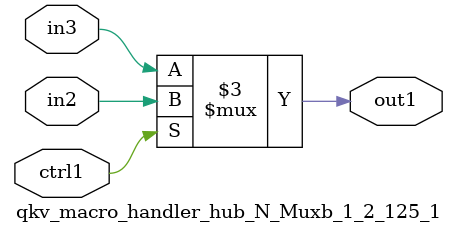
<source format=v>

`timescale 1ps / 1ps


module qkv_macro_handler_hub_N_Muxb_1_2_125_1( in3, in2, ctrl1, out1 );

    input in3;
    input in2;
    input ctrl1;
    output out1;
    reg out1;

    
    // rtl_process:qkv_macro_handler_hub_N_Muxb_1_2_125_1/qkv_macro_handler_hub_N_Muxb_1_2_125_1_thread_1
    always @*
      begin : qkv_macro_handler_hub_N_Muxb_1_2_125_1_thread_1
        case (ctrl1) 
          1'b1: 
            begin
              out1 = in2;
            end
          default: 
            begin
              out1 = in3;
            end
        endcase
      end

endmodule



</source>
